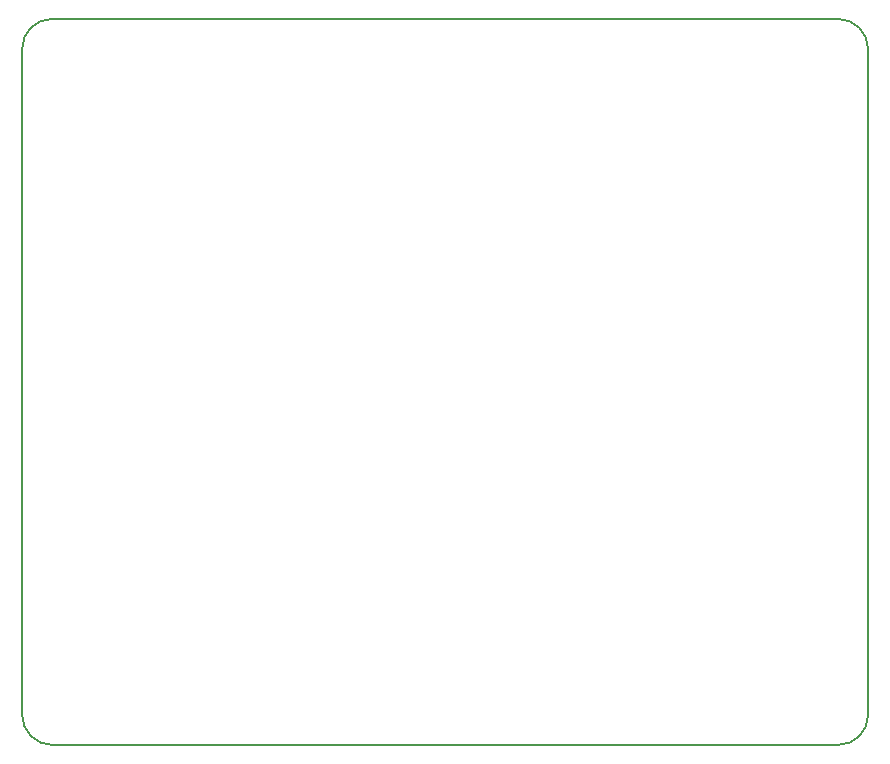
<source format=gko>
G04 #@! TF.FileFunction,Profile,NP*
%FSLAX46Y46*%
G04 Gerber Fmt 4.6, Leading zero omitted, Abs format (unit mm)*
G04 Created by KiCad (PCBNEW (2015-09-17 BZR 6202)-product) date Wednesday, September 23, 2015 'AMt' 01:59:30 AM*
%MOMM*%
G01*
G04 APERTURE LIST*
%ADD10C,0.100000*%
%ADD11C,0.150000*%
G04 APERTURE END LIST*
D10*
D11*
X83693000Y-129667000D02*
G75*
G03X86233000Y-132207000I2540000J0D01*
G01*
X152781000Y-132207000D02*
G75*
G03X155321000Y-129667000I0J2540000D01*
G01*
X155321000Y-73279000D02*
G75*
G03X152781000Y-70739000I-2540000J0D01*
G01*
X86233000Y-70739000D02*
G75*
G03X83693000Y-73279000I0J-2540000D01*
G01*
X83693000Y-129667000D02*
X83693000Y-73279000D01*
X152781000Y-132207000D02*
X86233000Y-132207000D01*
X155321000Y-73279000D02*
X155321000Y-129667000D01*
X86233000Y-70739000D02*
X152781000Y-70739000D01*
M02*

</source>
